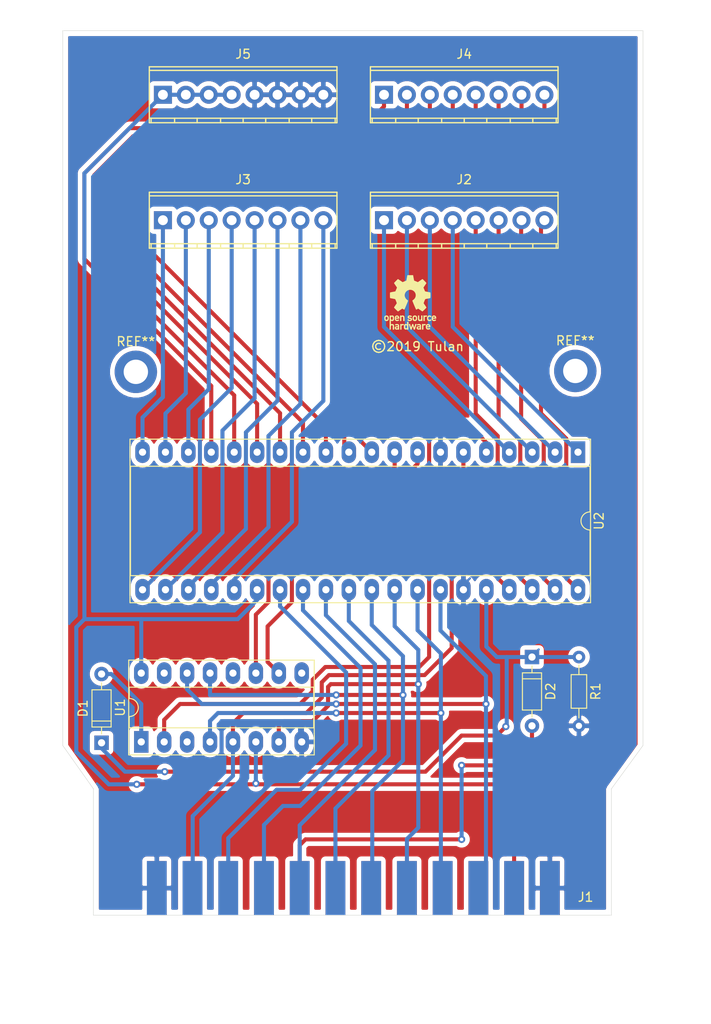
<source format=kicad_pcb>
(kicad_pcb (version 20171130) (host pcbnew 5.1.5-52549c5~84~ubuntu19.10.1)
  (layers (0 F.Cu signal) (31 B.Cu signal) (34 B.Paste user) (35 F.Paste user) (36 B.SilkS user) (37 F.SilkS user) (38 B.Mask user) (39 F.Mask user) (44 Edge.Cuts user))
  (net 0 "")
  (net 1 "Net-(D1-Pad1)")
  (net 2 "Net-(D1-Pad2)")
  (net 3 "Net-(D2-Pad2)")
  (net 4 GND)
  (net 5 VCC)
  (net 6 "Net-(J1-Pad3)")
  (net 7 "Net-(J1-Pad4)")
  (net 8 "Net-(J1-Pad5)")
  (net 9 "Net-(J1-Pad6)")
  (net 10 "Net-(J1-PadC)")
  (net 11 "Net-(J1-PadD)")
  (net 12 "Net-(J1-PadE)")
  (net 13 "Net-(J1-PadF)")
  (net 14 "Net-(J1-Pad7)")
  (net 15 "Net-(J1-Pad9)")
  (net 16 "Net-(J1-Pad10)")
  (net 17 "Net-(J1-Pad11)")
  (net 18 "Net-(J1-PadH)")
  (net 19 "Net-(J1-PadJ)")
  (net 20 "Net-(J1-PadK)")
  (net 21 "Net-(J1-PadL)")
  (net 22 "Net-(J1-PadM)")
  (net 23 "Net-(J2-Pad4)")
  (net 24 "Net-(J2-Pad1)")
  (net 25 "Net-(J2-Pad2)")
  (net 26 "Net-(J2-Pad3)")
  (net 27 "Net-(J2-Pad5)")
  (net 28 "Net-(J2-Pad6)")
  (net 29 "Net-(J2-Pad7)")
  (net 30 "Net-(J2-Pad8)")
  (net 31 "Net-(J3-Pad8)")
  (net 32 "Net-(J3-Pad7)")
  (net 33 "Net-(J3-Pad6)")
  (net 34 "Net-(J3-Pad5)")
  (net 35 "Net-(J3-Pad3)")
  (net 36 "Net-(J3-Pad2)")
  (net 37 "Net-(J3-Pad1)")
  (net 38 "Net-(J3-Pad4)")
  (net 39 "Net-(J4-Pad4)")
  (net 40 "Net-(J4-Pad1)")
  (net 41 "Net-(J4-Pad2)")
  (net 42 "Net-(J4-Pad3)")
  (net 43 "Net-(J4-Pad5)")
  (net 44 "Net-(J4-Pad6)")
  (net 45 "Net-(J4-Pad7)")
  (net 46 "Net-(J4-Pad8)")
  (net 47 "Net-(U1-Pad15)")
  (net 48 "Net-(U1-Pad12)")
  (net 49 "Net-(U1-Pad11)")
  (net 50 "Net-(U1-Pad3)")
  (net 51 "Net-(U1-Pad10)")
  (net 52 "Net-(U1-Pad2)")
  (net 53 "Net-(U1-Pad9)")
  (net 54 "Net-(J1-PadB)")
  (module Symbols:OSHW-Logo_5.7x6mm_SilkScreen (layer F.Cu) (at 128.2 83.1)
    (fp_text reference REF*** hide)
    (fp_text value OSHW-Logo_5.7x6mm_SilkScreen hide)
  )
  (module Mounting_Holes:MountingHole_2.7mm_M2.5_DIN965_Pad (layer F.Cu) (at 146.5 90.7)
    (fp_text reference REF** (at 0 -3.35) (layer F.SilkS))
    (fp_text value MountingHole_2.7mm_M2.5_DIN965_Pad)
    (pad 1 thru_hole circle (at 0 0) (size 4.7 4.7) (drill 2.7) (layers *.Cu *.Mask))
  )
  (module Mounting_Holes:MountingHole_2.7mm_M2.5_DIN965_Pad (layer F.Cu) (at 97.8 90.8)
    (fp_text reference REF** (at 0 -3.35) (layer F.SilkS))
    (fp_text value MountingHole_2.7mm_M2.5_DIN965_Pad)
    (pad 1 thru_hole circle (at 0 0) (size 4.7 4.7) (drill 2.7) (layers *.Cu *.Mask))
  )
  (module user_port_expander:vorlage (layer F.Cu) (at 122.1 102.1)
    (fp_text reference G*** hide)
    (fp_text value LOGO hide)
  )
  (module Diodes_THT:D_DO-35_SOD27_P7.62mm_Horizontal (layer F.Cu) (at 94 131.9 90)
    (fp_text reference D1 (at 3.81 -2.06 90) (layer F.SilkS))
    (fp_text value 1N4148)
    (pad 1 thru_hole rect (at 0 0 90) (size 1.6 1.6) (drill 0.8) (layers *.Cu *.Mask) (net 1 "Net-(D1-Pad1)"))
    (pad 2 thru_hole oval (at 7.62 0 90) (size 1.6 1.6) (drill 0.8) (layers *.Cu *.Mask) (net 2 "Net-(D1-Pad2)"))
  )
  (module Diodes_THT:D_DO-35_SOD27_P7.62mm_Horizontal (layer F.Cu) (at 141.7 122.4 270)
    (fp_text reference D2 (at 3.81 -2.06 90) (layer F.SilkS))
    (fp_text value 1N4148)
    (pad 2 thru_hole oval (at 7.62 0 270) (size 1.6 1.6) (drill 0.8) (layers *.Cu *.Mask) (net 3 "Net-(D2-Pad2)"))
    (pad 1 thru_hole rect (at 0 0 270) (size 1.6 1.6) (drill 0.8) (layers *.Cu *.Mask) (net 1 "Net-(D1-Pad1)"))
  )
  (module Hackup_Commodore:C64-User-Port-Female (layer F.Cu) (at 121.9 151)
    (fp_text reference J1 (at 25.74 -2) (layer F.SilkS))
    (fp_text value C64-UserPort)
    (pad N smd rect (at -21.78 -3) (size 2.2 6) (layers B.Cu B.Paste B.Mask) (net 4 GND))
    (pad M smd rect (at -17.82 -3) (size 2.2 6) (layers B.Cu B.Paste B.Mask) (net 22 "Net-(J1-PadM)"))
    (pad L smd rect (at -13.86 -3) (size 2.2 6) (layers B.Cu B.Paste B.Mask) (net 21 "Net-(J1-PadL)"))
    (pad K smd rect (at -9.9 -3) (size 2.2 6) (layers B.Cu B.Paste B.Mask) (net 20 "Net-(J1-PadK)"))
    (pad J smd rect (at -5.94 -3) (size 2.2 6) (layers B.Cu B.Paste B.Mask) (net 19 "Net-(J1-PadJ)"))
    (pad H smd rect (at -1.98 -3) (size 2.2 6) (layers B.Cu B.Paste B.Mask) (net 18 "Net-(J1-PadH)"))
    (pad 12 smd rect (at -21.78 -3) (size 2.2 6) (layers F.Cu F.Paste F.Mask) (net 4 GND))
    (pad 11 smd rect (at -17.82 -3) (size 2.2 6) (layers F.Cu F.Paste F.Mask) (net 17 "Net-(J1-Pad11)"))
    (pad 10 smd rect (at -13.86 -3) (size 2.2 6) (layers F.Cu F.Paste F.Mask) (net 16 "Net-(J1-Pad10)"))
    (pad 9 smd rect (at -9.9 -3) (size 2.2 6) (layers F.Cu F.Paste F.Mask) (net 15 "Net-(J1-Pad9)"))
    (pad 8 smd rect (at -5.94 -3) (size 2.2 6) (layers F.Cu F.Paste F.Mask) (net 3 "Net-(D2-Pad2)"))
    (pad 7 smd rect (at -1.98 -3) (size 2.2 6) (layers F.Cu F.Paste F.Mask) (net 14 "Net-(J1-Pad7)"))
    (pad F smd rect (at 1.98 -3) (size 2.2 6) (layers B.Cu B.Paste B.Mask) (net 13 "Net-(J1-PadF)"))
    (pad E smd rect (at 5.94 -3) (size 2.2 6) (layers B.Cu B.Paste B.Mask) (net 12 "Net-(J1-PadE)"))
    (pad D smd rect (at 9.9 -3) (size 2.2 6) (layers B.Cu B.Paste B.Mask) (net 11 "Net-(J1-PadD)"))
    (pad C smd rect (at 13.86 -3) (size 2.2 6) (layers B.Cu B.Paste B.Mask) (net 10 "Net-(J1-PadC)"))
    (pad B smd rect (at 17.82 -3) (size 2.2 6) (layers B.Cu B.Paste B.Mask) (net 54 "Net-(J1-PadB)"))
    (pad A smd rect (at 21.78 -3) (size 2.2 6) (layers B.Cu B.Paste B.Mask) (net 4 GND))
    (pad 6 smd rect (at 1.98 -3) (size 2.2 6) (layers F.Cu F.Paste F.Mask) (net 9 "Net-(J1-Pad6)"))
    (pad 5 smd rect (at 5.94 -3) (size 2.2 6) (layers F.Cu F.Paste F.Mask) (net 8 "Net-(J1-Pad5)"))
    (pad 4 smd rect (at 9.9 -3) (size 2.2 6) (layers F.Cu F.Paste F.Mask) (net 7 "Net-(J1-Pad4)"))
    (pad 3 smd rect (at 13.86 -3) (size 2.2 6) (layers F.Cu F.Paste F.Mask) (net 6 "Net-(J1-Pad3)"))
    (pad 2 smd rect (at 17.82 -3) (size 2.2 6) (layers F.Cu F.Paste F.Mask) (net 5 VCC))
    (pad 1 smd rect (at 21.78 -3) (size 2.2 6) (layers F.Cu F.Paste F.Mask) (net 4 GND))
  )
  (module TerminalBlock_Phoenix:TerminalBlock_Phoenix_MPT-2.54mm_8pol (layer F.Cu) (at 125.3 74)
    (fp_text reference J2 (at 8.89 -4.50088) (layer F.SilkS))
    (fp_text value Screw_Terminal_01x08)
    (pad 4 thru_hole oval (at 7.62 0 180) (size 1.99898 1.99898) (drill 1.09728) (layers *.Cu *.Mask) (net 23 "Net-(J2-Pad4)"))
    (pad 1 thru_hole rect (at 0 0 180) (size 1.99898 1.99898) (drill 1.09728) (layers *.Cu *.Mask) (net 24 "Net-(J2-Pad1)"))
    (pad 2 thru_hole oval (at 2.54 0 180) (size 1.99898 1.99898) (drill 1.09728) (layers *.Cu *.Mask) (net 25 "Net-(J2-Pad2)"))
    (pad 3 thru_hole oval (at 5.08 0 180) (size 1.99898 1.99898) (drill 1.09728) (layers *.Cu *.Mask) (net 26 "Net-(J2-Pad3)"))
    (pad 5 thru_hole oval (at 10.16 0 180) (size 1.99898 1.99898) (drill 1.09728) (layers *.Cu *.Mask) (net 27 "Net-(J2-Pad5)"))
    (pad 6 thru_hole oval (at 12.7 0 180) (size 1.99898 1.99898) (drill 1.09728) (layers *.Cu *.Mask) (net 28 "Net-(J2-Pad6)"))
    (pad 7 thru_hole oval (at 15.24 0 180) (size 1.99898 1.99898) (drill 1.09728) (layers *.Cu *.Mask) (net 29 "Net-(J2-Pad7)"))
    (pad 8 thru_hole oval (at 17.78 0 180) (size 1.99898 1.99898) (drill 1.09728) (layers *.Cu *.Mask) (net 30 "Net-(J2-Pad8)"))
  )
  (module TerminalBlock_Phoenix:TerminalBlock_Phoenix_MPT-2.54mm_8pol (layer F.Cu) (at 100.8 74)
    (fp_text reference J3 (at 8.89 -4.50088) (layer F.SilkS))
    (fp_text value Screw_Terminal_01x08)
    (pad 8 thru_hole oval (at 17.78 0 180) (size 1.99898 1.99898) (drill 1.09728) (layers *.Cu *.Mask) (net 31 "Net-(J3-Pad8)"))
    (pad 7 thru_hole oval (at 15.24 0 180) (size 1.99898 1.99898) (drill 1.09728) (layers *.Cu *.Mask) (net 32 "Net-(J3-Pad7)"))
    (pad 6 thru_hole oval (at 12.7 0 180) (size 1.99898 1.99898) (drill 1.09728) (layers *.Cu *.Mask) (net 33 "Net-(J3-Pad6)"))
    (pad 5 thru_hole oval (at 10.16 0 180) (size 1.99898 1.99898) (drill 1.09728) (layers *.Cu *.Mask) (net 34 "Net-(J3-Pad5)"))
    (pad 3 thru_hole oval (at 5.08 0 180) (size 1.99898 1.99898) (drill 1.09728) (layers *.Cu *.Mask) (net 35 "Net-(J3-Pad3)"))
    (pad 2 thru_hole oval (at 2.54 0 180) (size 1.99898 1.99898) (drill 1.09728) (layers *.Cu *.Mask) (net 36 "Net-(J3-Pad2)"))
    (pad 1 thru_hole rect (at 0 0 180) (size 1.99898 1.99898) (drill 1.09728) (layers *.Cu *.Mask) (net 37 "Net-(J3-Pad1)"))
    (pad 4 thru_hole oval (at 7.62 0 180) (size 1.99898 1.99898) (drill 1.09728) (layers *.Cu *.Mask) (net 38 "Net-(J3-Pad4)"))
  )
  (module TerminalBlock_Phoenix:TerminalBlock_Phoenix_MPT-2.54mm_8pol (layer F.Cu) (at 125.3 60.1)
    (fp_text reference J4 (at 8.89 -4.50088) (layer F.SilkS))
    (fp_text value Screw_Terminal_01x08)
    (pad 4 thru_hole oval (at 7.62 0 180) (size 1.99898 1.99898) (drill 1.09728) (layers *.Cu *.Mask) (net 39 "Net-(J4-Pad4)"))
    (pad 1 thru_hole rect (at 0 0 180) (size 1.99898 1.99898) (drill 1.09728) (layers *.Cu *.Mask) (net 40 "Net-(J4-Pad1)"))
    (pad 2 thru_hole oval (at 2.54 0 180) (size 1.99898 1.99898) (drill 1.09728) (layers *.Cu *.Mask) (net 41 "Net-(J4-Pad2)"))
    (pad 3 thru_hole oval (at 5.08 0 180) (size 1.99898 1.99898) (drill 1.09728) (layers *.Cu *.Mask) (net 42 "Net-(J4-Pad3)"))
    (pad 5 thru_hole oval (at 10.16 0 180) (size 1.99898 1.99898) (drill 1.09728) (layers *.Cu *.Mask) (net 43 "Net-(J4-Pad5)"))
    (pad 6 thru_hole oval (at 12.7 0 180) (size 1.99898 1.99898) (drill 1.09728) (layers *.Cu *.Mask) (net 44 "Net-(J4-Pad6)"))
    (pad 7 thru_hole oval (at 15.24 0 180) (size 1.99898 1.99898) (drill 1.09728) (layers *.Cu *.Mask) (net 45 "Net-(J4-Pad7)"))
    (pad 8 thru_hole oval (at 17.78 0 180) (size 1.99898 1.99898) (drill 1.09728) (layers *.Cu *.Mask) (net 46 "Net-(J4-Pad8)"))
  )
  (module TerminalBlock_Phoenix:TerminalBlock_Phoenix_MPT-2.54mm_8pol (layer F.Cu) (at 100.8 60.1)
    (fp_text reference J5 (at 8.89 -4.50088) (layer F.SilkS))
    (fp_text value Screw_Terminal_01x08)
    (pad 8 thru_hole oval (at 17.78 0 180) (size 1.99898 1.99898) (drill 1.09728) (layers *.Cu *.Mask) (net 4 GND))
    (pad 7 thru_hole oval (at 15.24 0 180) (size 1.99898 1.99898) (drill 1.09728) (layers *.Cu *.Mask) (net 4 GND))
    (pad 6 thru_hole oval (at 12.7 0 180) (size 1.99898 1.99898) (drill 1.09728) (layers *.Cu *.Mask) (net 4 GND))
    (pad 5 thru_hole oval (at 10.16 0 180) (size 1.99898 1.99898) (drill 1.09728) (layers *.Cu *.Mask) (net 4 GND))
    (pad 3 thru_hole oval (at 5.08 0 180) (size 1.99898 1.99898) (drill 1.09728) (layers *.Cu *.Mask) (net 5 VCC))
    (pad 2 thru_hole oval (at 2.54 0 180) (size 1.99898 1.99898) (drill 1.09728) (layers *.Cu *.Mask) (net 5 VCC))
    (pad 1 thru_hole rect (at 0 0 180) (size 1.99898 1.99898) (drill 1.09728) (layers *.Cu *.Mask) (net 5 VCC))
    (pad 4 thru_hole oval (at 7.62 0 180) (size 1.99898 1.99898) (drill 1.09728) (layers *.Cu *.Mask) (net 5 VCC))
  )
  (module Resistors_THT:R_Axial_DIN0204_L3.6mm_D1.6mm_P7.62mm_Horizontal (layer F.Cu) (at 146.9 122.4 270)
    (fp_text reference R1 (at 3.81 -1.86 90) (layer F.SilkS))
    (fp_text value R10k)
    (pad 1 thru_hole circle (at 0 0 270) (size 1.4 1.4) (drill 0.7) (layers *.Cu *.Mask) (net 1 "Net-(D1-Pad1)"))
    (pad 2 thru_hole oval (at 7.62 0 270) (size 1.4 1.4) (drill 0.7) (layers *.Cu *.Mask) (net 4 GND))
  )
  (module Housings_DIP:DIP-16_W7.62mm_Socket_LongPads (layer F.Cu) (at 98.4 131.8 90)
    (fp_text reference U1 (at 3.81 -2.33 90) (layer F.SilkS))
    (fp_text value 4042)
    (pad 16 thru_hole oval (at 7.62 0 90) (size 2.4 1.6) (drill 0.8) (layers *.Cu *.Mask) (net 5 VCC))
    (pad 8 thru_hole oval (at 0 17.78 90) (size 2.4 1.6) (drill 0.8) (layers *.Cu *.Mask) (net 4 GND))
    (pad 15 thru_hole oval (at 7.62 2.54 90) (size 2.4 1.6) (drill 0.8) (layers *.Cu *.Mask) (net 47 "Net-(U1-Pad15)"))
    (pad 7 thru_hole oval (at 0 15.24 90) (size 2.4 1.6) (drill 0.8) (layers *.Cu *.Mask) (net 12 "Net-(J1-PadE)"))
    (pad 14 thru_hole oval (at 7.62 5.08 90) (size 2.4 1.6) (drill 0.8) (layers *.Cu *.Mask) (net 10 "Net-(J1-PadC)"))
    (pad 6 thru_hole oval (at 0 12.7 90) (size 2.4 1.6) (drill 0.8) (layers *.Cu *.Mask) (net 5 VCC))
    (pad 13 thru_hole oval (at 7.62 7.62 90) (size 2.4 1.6) (drill 0.8) (layers *.Cu *.Mask) (net 13 "Net-(J1-PadF)"))
    (pad 5 thru_hole oval (at 0 10.16 90) (size 2.4 1.6) (drill 0.8) (layers *.Cu *.Mask) (net 22 "Net-(J1-PadM)"))
    (pad 12 thru_hole oval (at 7.62 10.16 90) (size 2.4 1.6) (drill 0.8) (layers *.Cu *.Mask) (net 48 "Net-(U1-Pad12)"))
    (pad 4 thru_hole oval (at 0 7.62 90) (size 2.4 1.6) (drill 0.8) (layers *.Cu *.Mask) (net 11 "Net-(J1-PadD)"))
    (pad 11 thru_hole oval (at 7.62 12.7 90) (size 2.4 1.6) (drill 0.8) (layers *.Cu *.Mask) (net 49 "Net-(U1-Pad11)"))
    (pad 3 thru_hole oval (at 0 5.08 90) (size 2.4 1.6) (drill 0.8) (layers *.Cu *.Mask) (net 50 "Net-(U1-Pad3)"))
    (pad 10 thru_hole oval (at 7.62 15.24 90) (size 2.4 1.6) (drill 0.8) (layers *.Cu *.Mask) (net 51 "Net-(U1-Pad10)"))
    (pad 2 thru_hole oval (at 0 2.54 90) (size 2.4 1.6) (drill 0.8) (layers *.Cu *.Mask) (net 52 "Net-(U1-Pad2)"))
    (pad 9 thru_hole oval (at 7.62 17.78 90) (size 2.4 1.6) (drill 0.8) (layers *.Cu *.Mask) (net 53 "Net-(U1-Pad9)"))
    (pad 1 thru_hole rect (at 0 0 90) (size 2.4 1.6) (drill 0.8) (layers *.Cu *.Mask) (net 2 "Net-(D1-Pad2)"))
  )
  (module Housings_DIP:DIP-40_W15.24mm_Socket_LongPads (layer F.Cu) (at 146.8 99.7 270)
    (fp_text reference U2 (at 7.62 -2.33 90) (layer F.SilkS))
    (fp_text value 8255)
    (pad 40 thru_hole oval (at 15.24 0 270) (size 2.4 1.6) (drill 0.8) (layers *.Cu *.Mask) (net 30 "Net-(J2-Pad8)"))
    (pad 20 thru_hole oval (at 0 48.26 270) (size 2.4 1.6) (drill 0.8) (layers *.Cu *.Mask) (net 37 "Net-(J3-Pad1)"))
    (pad 39 thru_hole oval (at 15.24 2.54 270) (size 2.4 1.6) (drill 0.8) (layers *.Cu *.Mask) (net 29 "Net-(J2-Pad7)"))
    (pad 19 thru_hole oval (at 0 45.72 270) (size 2.4 1.6) (drill 0.8) (layers *.Cu *.Mask) (net 36 "Net-(J3-Pad2)"))
    (pad 38 thru_hole oval (at 15.24 5.08 270) (size 2.4 1.6) (drill 0.8) (layers *.Cu *.Mask) (net 28 "Net-(J2-Pad6)"))
    (pad 18 thru_hole oval (at 0 43.18 270) (size 2.4 1.6) (drill 0.8) (layers *.Cu *.Mask) (net 35 "Net-(J3-Pad3)"))
    (pad 37 thru_hole oval (at 15.24 7.62 270) (size 2.4 1.6) (drill 0.8) (layers *.Cu *.Mask) (net 27 "Net-(J2-Pad5)"))
    (pad 17 thru_hole oval (at 0 40.64 270) (size 2.4 1.6) (drill 0.8) (layers *.Cu *.Mask) (net 40 "Net-(J4-Pad1)"))
    (pad 36 thru_hole oval (at 15.24 10.16 270) (size 2.4 1.6) (drill 0.8) (layers *.Cu *.Mask) (net 1 "Net-(D1-Pad1)"))
    (pad 16 thru_hole oval (at 0 38.1 270) (size 2.4 1.6) (drill 0.8) (layers *.Cu *.Mask) (net 41 "Net-(J4-Pad2)"))
    (pad 35 thru_hole oval (at 15.24 12.7 270) (size 2.4 1.6) (drill 0.8) (layers *.Cu *.Mask) (net 4 GND))
    (pad 15 thru_hole oval (at 0 35.56 270) (size 2.4 1.6) (drill 0.8) (layers *.Cu *.Mask) (net 42 "Net-(J4-Pad3)"))
    (pad 34 thru_hole oval (at 15.24 15.24 270) (size 2.4 1.6) (drill 0.8) (layers *.Cu *.Mask) (net 10 "Net-(J1-PadC)"))
    (pad 14 thru_hole oval (at 0 33.02 270) (size 2.4 1.6) (drill 0.8) (layers *.Cu *.Mask) (net 39 "Net-(J4-Pad4)"))
    (pad 33 thru_hole oval (at 15.24 17.78 270) (size 2.4 1.6) (drill 0.8) (layers *.Cu *.Mask) (net 11 "Net-(J1-PadD)"))
    (pad 13 thru_hole oval (at 0 30.48 270) (size 2.4 1.6) (drill 0.8) (layers *.Cu *.Mask) (net 43 "Net-(J4-Pad5)"))
    (pad 32 thru_hole oval (at 15.24 20.32 270) (size 2.4 1.6) (drill 0.8) (layers *.Cu *.Mask) (net 12 "Net-(J1-PadE)"))
    (pad 12 thru_hole oval (at 0 27.94 270) (size 2.4 1.6) (drill 0.8) (layers *.Cu *.Mask) (net 44 "Net-(J4-Pad6)"))
    (pad 31 thru_hole oval (at 15.24 22.86 270) (size 2.4 1.6) (drill 0.8) (layers *.Cu *.Mask) (net 13 "Net-(J1-PadF)"))
    (pad 11 thru_hole oval (at 0 25.4 270) (size 2.4 1.6) (drill 0.8) (layers *.Cu *.Mask) (net 45 "Net-(J4-Pad7)"))
    (pad 30 thru_hole oval (at 15.24 25.4 270) (size 2.4 1.6) (drill 0.8) (layers *.Cu *.Mask) (net 18 "Net-(J1-PadH)"))
    (pad 10 thru_hole oval (at 0 22.86 270) (size 2.4 1.6) (drill 0.8) (layers *.Cu *.Mask) (net 46 "Net-(J4-Pad8)"))
    (pad 29 thru_hole oval (at 15.24 27.94 270) (size 2.4 1.6) (drill 0.8) (layers *.Cu *.Mask) (net 19 "Net-(J1-PadJ)"))
    (pad 9 thru_hole oval (at 0 20.32 270) (size 2.4 1.6) (drill 0.8) (layers *.Cu *.Mask) (net 49 "Net-(U1-Pad11)"))
    (pad 28 thru_hole oval (at 15.24 30.48 270) (size 2.4 1.6) (drill 0.8) (layers *.Cu *.Mask) (net 20 "Net-(J1-PadK)"))
    (pad 8 thru_hole oval (at 0 17.78 270) (size 2.4 1.6) (drill 0.8) (layers *.Cu *.Mask) (net 51 "Net-(U1-Pad10)"))
    (pad 27 thru_hole oval (at 15.24 33.02 270) (size 2.4 1.6) (drill 0.8) (layers *.Cu *.Mask) (net 21 "Net-(J1-PadL)"))
    (pad 7 thru_hole oval (at 0 15.24 270) (size 2.4 1.6) (drill 0.8) (layers *.Cu *.Mask) (net 4 GND))
    (pad 26 thru_hole oval (at 15.24 35.56 270) (size 2.4 1.6) (drill 0.8) (layers *.Cu *.Mask) (net 5 VCC))
    (pad 6 thru_hole oval (at 0 12.7 270) (size 2.4 1.6) (drill 0.8) (layers *.Cu *.Mask) (net 22 "Net-(J1-PadM)"))
    (pad 25 thru_hole oval (at 15.24 38.1 270) (size 2.4 1.6) (drill 0.8) (layers *.Cu *.Mask) (net 31 "Net-(J3-Pad8)"))
    (pad 5 thru_hole oval (at 0 10.16 270) (size 2.4 1.6) (drill 0.8) (layers *.Cu *.Mask) (net 52 "Net-(U1-Pad2)"))
    (pad 24 thru_hole oval (at 15.24 40.64 270) (size 2.4 1.6) (drill 0.8) (layers *.Cu *.Mask) (net 32 "Net-(J3-Pad7)"))
    (pad 4 thru_hole oval (at 0 7.62 270) (size 2.4 1.6) (drill 0.8) (layers *.Cu *.Mask) (net 24 "Net-(J2-Pad1)"))
    (pad 23 thru_hole oval (at 15.24 43.18 270) (size 2.4 1.6) (drill 0.8) (layers *.Cu *.Mask) (net 33 "Net-(J3-Pad6)"))
    (pad 3 thru_hole oval (at 0 5.08 270) (size 2.4 1.6) (drill 0.8) (layers *.Cu *.Mask) (net 25 "Net-(J2-Pad2)"))
    (pad 22 thru_hole oval (at 15.24 45.72 270) (size 2.4 1.6) (drill 0.8) (layers *.Cu *.Mask) (net 34 "Net-(J3-Pad5)"))
    (pad 2 thru_hole oval (at 0 2.54 270) (size 2.4 1.6) (drill 0.8) (layers *.Cu *.Mask) (net 26 "Net-(J2-Pad3)"))
    (pad 21 thru_hole oval (at 15.24 48.26 270) (size 2.4 1.6) (drill 0.8) (layers *.Cu *.Mask) (net 38 "Net-(J3-Pad4)"))
    (pad 1 thru_hole rect (at 0 0 270) (size 2.4 1.6) (drill 0.8) (layers *.Cu *.Mask) (net 23 "Net-(J2-Pad4)"))
  )
  (gr_text "©2019 Tulan" (at 129 88) (layer F.SilkS) (effects (font (size 1 1))))
  (gr_line (start 93.1 151) (end 150.5 151) (layer Edge.Cuts) (width 0.05))
  (gr_line (start 150.5 137) (end 150.5 151) (layer Edge.Cuts) (width 0.05))
  (gr_line (start 154 132.2) (end 150.5 137) (layer Edge.Cuts) (width 0.05))
  (gr_line (start 154 53) (end 154 132.2) (layer Edge.Cuts) (width 0.05))
  (gr_line (start 89.7 53) (end 154 53) (layer Edge.Cuts) (width 0.05))
  (gr_line (start 89.7 132.2) (end 89.7 53) (layer Edge.Cuts) (width 0.05))
  (gr_line (start 93.1 137) (end 89.7 132.2) (layer Edge.Cuts) (width 0.05))
  (gr_line (start 93.1 151) (end 93.1 137) (layer Edge.Cuts) (width 0.05))
  (segment (start 141.8 122.2) (end 142.44 121.56) (width 0.25) (layer B.Cu) (net 1))
  (segment (start 136.64 114.94) (end 136.64 121.24) (width 0.45) (layer B.Cu) (net 1))
  (segment (start 136.64 121.24) (end 137.8 122.4) (width 0.45) (layer B.Cu) (net 1))
  (segment (start 94 131.9) (end 94 132.5) (width 0.45) (layer B.Cu) (net 1))
  (segment (start 94 132.5) (end 96.6 135.1) (width 0.45) (layer B.Cu) (net 1))
  (via (at 101 135.1) (size 0.8) (drill 0.4) (layers F.Cu B.Cu) (net 1))
  (segment (start 96.6 135.1) (end 101 135.1) (width 0.45) (layer B.Cu) (net 1))
  (segment (start 101 135.1) (end 129.9 135.1) (width 0.45) (layer F.Cu) (net 1))
  (segment (start 129.9 135.1) (end 133.9 131.1) (width 0.45) (layer F.Cu) (net 1))
  (segment (start 133.9 131.1) (end 137.8 131.1) (width 0.45) (layer F.Cu) (net 1))
  (via (at 138.8 130.1) (size 0.8) (drill 0.4) (layers F.Cu B.Cu) (net 1))
  (segment (start 137.8 131.1) (end 138.8 130.1) (width 0.45) (layer F.Cu) (net 1))
  (segment (start 138.9 130) (end 138.9 122.4) (width 0.45) (layer B.Cu) (net 1))
  (segment (start 138.8 130.1) (end 138.9 130) (width 0.45) (layer B.Cu) (net 1))
  (segment (start 137.8 122.4) (end 138.9 122.4) (width 0.45) (layer B.Cu) (net 1))
  (segment (start 138.9 122.4) (end 146.9 122.4) (width 0.45) (layer B.Cu) (net 1))
  (segment (start 98.4 130.64) (end 98.4 131.8) (width 0.45) (layer B.Cu) (net 2))
  (segment (start 94 124.28) (end 95.08 124.28) (width 0.45) (layer B.Cu) (net 2))
  (segment (start 98.4 127.6) (end 98.4 131.8) (width 0.45) (layer B.Cu) (net 2))
  (segment (start 95.08 124.28) (end 98.4 127.6) (width 0.45) (layer B.Cu) (net 2))
  (segment (start 115.96 148) (end 115.96 143.24) (width 0.45) (layer F.Cu) (net 3))
  (segment (start 115.96 143.24) (end 116.6 142.6) (width 0.45) (layer F.Cu) (net 3))
  (segment (start 116.6 142.6) (end 133.8 142.6) (width 0.45) (layer F.Cu) (net 3))
  (via (at 133.9 142.6) (size 0.8) (drill 0.4) (layers F.Cu B.Cu) (net 3))
  (segment (start 133.8 142.6) (end 133.9 142.6) (width 0.45) (layer F.Cu) (net 3))
  (segment (start 133.9 142.6) (end 133.9 134.4) (width 0.45) (layer B.Cu) (net 3))
  (via (at 133.9 134.4) (size 0.8) (drill 0.4) (layers F.Cu B.Cu) (net 3))
  (segment (start 133.9 134.4) (end 140.6 134.4) (width 0.45) (layer F.Cu) (net 3))
  (segment (start 141.7 133.3) (end 141.7 130.02) (width 0.45) (layer F.Cu) (net 3))
  (segment (start 140.6 134.4) (end 141.7 133.3) (width 0.45) (layer F.Cu) (net 3))
  (segment (start 134.4 114.1) (end 134.82 113.68) (width 0.25) (layer B.Cu) (net 4))
  (segment (start 143.68 148) (end 143.68 137.62) (width 0.45) (layer B.Cu) (net 4))
  (segment (start 146.9 134.4) (end 146.9 130.02) (width 0.45) (layer B.Cu) (net 4))
  (segment (start 143.68 137.62) (end 146.9 134.4) (width 0.45) (layer B.Cu) (net 4))
  (segment (start 100.12 148) (end 100.12 138.88) (width 0.45) (layer B.Cu) (net 4))
  (segment (start 100.12 138.88) (end 101.6 137.4) (width 0.45) (layer B.Cu) (net 4))
  (segment (start 101.6 137.4) (end 102.7 137.4) (width 0.45) (layer B.Cu) (net 4))
  (segment (start 102.7 137.4) (end 102.9 137.2) (width 0.45) (layer B.Cu) (net 4))
  (segment (start 102.9 137.2) (end 102.9 134.5) (width 0.45) (layer B.Cu) (net 4))
  (segment (start 102.9 134.5) (end 107.3 134.5) (width 0.45) (layer B.Cu) (net 4))
  (segment (start 107.3 134.5) (end 107.3 129.5) (width 0.45) (layer B.Cu) (net 4))
  (segment (start 107.3 129.5) (end 116 129.5) (width 0.45) (layer B.Cu) (net 4))
  (segment (start 116 131.62) (end 116.18 131.8) (width 0.45) (layer B.Cu) (net 4))
  (segment (start 116 129.5) (end 116 131.62) (width 0.45) (layer B.Cu) (net 4))
  (segment (start 110.96 60.1) (end 113.5 60.1) (width 0.45) (layer B.Cu) (net 4))
  (segment (start 113.5 60.1) (end 116.04 60.1) (width 0.45) (layer B.Cu) (net 4))
  (segment (start 116.04 60.1) (end 118.58 60.1) (width 0.45) (layer B.Cu) (net 4))
  (segment (start 98.4 124.18) (end 98.4 118.2) (width 0.45) (layer B.Cu) (net 5))
  (segment (start 98.4 118.2) (end 93.5 118.2) (width 0.45) (layer B.Cu) (net 5))
  (segment (start 111.3 115) (end 111.24 114.94) (width 0.45) (layer B.Cu) (net 5))
  (segment (start 100.8 60.1) (end 103.34 60.1) (width 0.45) (layer B.Cu) (net 5))
  (segment (start 103.34 60.1) (end 105.88 60.1) (width 0.45) (layer B.Cu) (net 5))
  (segment (start 105.88 60.1) (end 108.42 60.1) (width 0.45) (layer B.Cu) (net 5))
  (segment (start 111.24 116.06) (end 111.24 114.94) (width 0.45) (layer B.Cu) (net 5))
  (segment (start 98.4 118.2) (end 109.1 118.2) (width 0.45) (layer B.Cu) (net 5))
  (segment (start 109.1 118.2) (end 111.24 116.06) (width 0.45) (layer B.Cu) (net 5))
  (segment (start 92.1 68.8) (end 100.8 60.1) (width 0.45) (layer B.Cu) (net 5))
  (segment (start 93.5 118.2) (end 92.1 118.2) (width 0.45) (layer B.Cu) (net 5))
  (segment (start 92.1 118.2) (end 92.1 68.8) (width 0.45) (layer B.Cu) (net 5))
  (segment (start 111.1 136.4) (end 111.1 131.8) (width 0.45) (layer B.Cu) (net 5))
  (via (at 111.1 136.4) (size 0.8) (drill 0.4) (layers F.Cu B.Cu) (net 5))
  (segment (start 111.1 136.4) (end 111.2 136.5) (width 0.45) (layer F.Cu) (net 5))
  (segment (start 139.72 138.22) (end 139.72 148) (width 0.45) (layer F.Cu) (net 5))
  (segment (start 138 136.5) (end 139.72 138.22) (width 0.45) (layer F.Cu) (net 5))
  (segment (start 111.2 136.5) (end 138 136.5) (width 0.45) (layer F.Cu) (net 5))
  (segment (start 97.9 136.5) (end 94.8 136.5) (width 0.45) (layer B.Cu) (net 5))
  (segment (start 97.9 136.5) (end 111 136.5) (width 0.45) (layer F.Cu) (net 5))
  (via (at 97.9 136.5) (size 0.8) (drill 0.4) (layers F.Cu B.Cu) (net 5))
  (segment (start 94.8 136.5) (end 91.2 132.9) (width 0.45) (layer B.Cu) (net 5))
  (segment (start 111 136.5) (end 111.1 136.4) (width 0.45) (layer F.Cu) (net 5))
  (segment (start 91.2 132.9) (end 91.2 119.1) (width 0.45) (layer B.Cu) (net 5))
  (segment (start 91.2 119.1) (end 92.1 118.2) (width 0.45) (layer B.Cu) (net 5))
  (segment (start 131.56 114.94) (end 131.56 119.46) (width 0.45) (layer B.Cu) (net 10))
  (segment (start 131.56 119.46) (end 136.6 124.5) (width 0.45) (layer B.Cu) (net 10))
  (segment (start 136.6 147.16) (end 135.76 148) (width 0.45) (layer B.Cu) (net 10))
  (segment (start 136.6 124.5) (end 136.6 147.16) (width 0.45) (layer B.Cu) (net 10))
  (via (at 136.6 127.6) (size 0.8) (drill 0.4) (layers F.Cu B.Cu) (net 10))
  (segment (start 136.6 127.6) (end 120 127.6) (width 0.45) (layer F.Cu) (net 10))
  (segment (start 103.48 125.98) (end 103.48 124.18) (width 0.45) (layer B.Cu) (net 10))
  (via (at 120 127.6) (size 0.8) (drill 0.4) (layers F.Cu B.Cu) (net 10))
  (segment (start 105.1 127.6) (end 103.48 125.98) (width 0.45) (layer B.Cu) (net 10))
  (segment (start 120 127.6) (end 105.1 127.6) (width 0.45) (layer B.Cu) (net 10))
  (segment (start 129.02 114.94) (end 129.02 119.42) (width 0.45) (layer B.Cu) (net 11))
  (segment (start 129.02 119.42) (end 131.6 122) (width 0.45) (layer B.Cu) (net 11))
  (segment (start 131.6 147.8) (end 131.8 148) (width 0.45) (layer B.Cu) (net 11))
  (segment (start 131.6 122) (end 131.6 147.8) (width 0.45) (layer B.Cu) (net 11))
  (via (at 131.6 128.6) (size 0.8) (drill 0.4) (layers F.Cu B.Cu) (net 11))
  (segment (start 131.6 128.6) (end 120 128.6) (width 0.45) (layer F.Cu) (net 11))
  (segment (start 106.02 129.48) (end 106.02 131.8) (width 0.45) (layer B.Cu) (net 11))
  (segment (start 106.9 128.6) (end 106.02 129.48) (width 0.45) (layer B.Cu) (net 11))
  (via (at 120 128.6) (size 0.8) (drill 0.4) (layers F.Cu B.Cu) (net 11))
  (segment (start 120 128.6) (end 106.9 128.6) (width 0.45) (layer B.Cu) (net 11))
  (via (at 129.1 125.4) (size 0.8) (drill 0.4) (layers F.Cu B.Cu) (net 12))
  (segment (start 127.84 142.56) (end 127.84 148) (width 0.45) (layer B.Cu) (net 12))
  (segment (start 129.1 141.3) (end 127.84 142.56) (width 0.45) (layer B.Cu) (net 12))
  (segment (start 126.48 114.94) (end 126.48 118.98) (width 0.45) (layer B.Cu) (net 12))
  (segment (start 129.1 121.6) (end 129.1 141.3) (width 0.45) (layer B.Cu) (net 12))
  (segment (start 126.48 118.98) (end 129.1 121.6) (width 0.45) (layer B.Cu) (net 12))
  (segment (start 119.4 125.4) (end 129.1 125.4) (width 0.45) (layer F.Cu) (net 12))
  (segment (start 113.64 131.8) (end 113.64 130.06) (width 0.45) (layer F.Cu) (net 12))
  (segment (start 114.2 129.5) (end 117.4 129.5) (width 0.45) (layer F.Cu) (net 12))
  (segment (start 119.1 125.7) (end 119.4 125.4) (width 0.45) (layer F.Cu) (net 12))
  (segment (start 113.64 130.06) (end 114.2 129.5) (width 0.45) (layer F.Cu) (net 12))
  (segment (start 119.1 127.8) (end 119.1 125.7) (width 0.45) (layer F.Cu) (net 12))
  (segment (start 117.4 129.5) (end 119.1 127.8) (width 0.45) (layer F.Cu) (net 12))
  (segment (start 127.4 133.86) (end 124 137.26) (width 0.45) (layer B.Cu) (net 13))
  (segment (start 124 147.88) (end 123.88 148) (width 0.45) (layer B.Cu) (net 13))
  (segment (start 124 137.26) (end 124 147.88) (width 0.45) (layer B.Cu) (net 13))
  (segment (start 127.4 126.6) (end 127.4 133.86) (width 0.45) (layer B.Cu) (net 13))
  (via (at 127.4 126.6) (size 0.8) (drill 0.4) (layers F.Cu B.Cu) (net 13))
  (segment (start 127.4 122.3) (end 123.94 118.84) (width 0.45) (layer B.Cu) (net 13))
  (segment (start 127.4 126.6) (end 127.4 122.3) (width 0.45) (layer B.Cu) (net 13))
  (segment (start 123.94 118.84) (end 123.94 114.94) (width 0.45) (layer B.Cu) (net 13))
  (segment (start 120 126.6) (end 127.4 126.6) (width 0.45) (layer F.Cu) (net 13))
  (via (at 120 126.6) (size 0.8) (drill 0.4) (layers F.Cu B.Cu) (net 13))
  (segment (start 106.02 126.62) (end 106.02 124.18) (width 0.45) (layer B.Cu) (net 13))
  (segment (start 106.04 126.6) (end 106.02 126.62) (width 0.45) (layer B.Cu) (net 13))
  (segment (start 120 126.6) (end 106.04 126.6) (width 0.45) (layer B.Cu) (net 13))
  (segment (start 125.8 133.3) (end 119.92 139.18) (width 0.45) (layer B.Cu) (net 18))
  (segment (start 119.92 139.18) (end 119.92 148) (width 0.45) (layer B.Cu) (net 18))
  (segment (start 125.8 122.8) (end 125.8 133.3) (width 0.45) (layer B.Cu) (net 18))
  (segment (start 121.4 114.94) (end 121.4 118.4) (width 0.45) (layer B.Cu) (net 18))
  (segment (start 121.4 118.4) (end 125.8 122.8) (width 0.45) (layer B.Cu) (net 18))
  (segment (start 115.96 141.04) (end 115.96 148) (width 0.45) (layer B.Cu) (net 19))
  (segment (start 117.45 139.55) (end 115.96 141.04) (width 0.45) (layer B.Cu) (net 19))
  (segment (start 117.4 139.6) (end 117.45 139.55) (width 0.45) (layer B.Cu) (net 19))
  (segment (start 124.3 123.2) (end 124.3 132.7) (width 0.45) (layer B.Cu) (net 19))
  (segment (start 124.3 132.7) (end 117.45 139.55) (width 0.45) (layer B.Cu) (net 19))
  (segment (start 118.86 114.94) (end 118.86 117.76) (width 0.45) (layer B.Cu) (net 19))
  (segment (start 118.86 117.76) (end 124.3 123.2) (width 0.45) (layer B.Cu) (net 19))
  (segment (start 112 141) (end 112 148) (width 0.45) (layer B.Cu) (net 20))
  (segment (start 114.1 138.9) (end 112 141) (width 0.45) (layer B.Cu) (net 20))
  (segment (start 116.32 117.22) (end 122.7 123.6) (width 0.45) (layer B.Cu) (net 20))
  (segment (start 122.7 123.6) (end 122.7 132.2) (width 0.45) (layer B.Cu) (net 20))
  (segment (start 116.32 114.94) (end 116.32 117.22) (width 0.45) (layer B.Cu) (net 20))
  (segment (start 122.7 132.2) (end 116 138.9) (width 0.45) (layer B.Cu) (net 20))
  (segment (start 116 138.9) (end 114.1 138.9) (width 0.45) (layer B.Cu) (net 20))
  (segment (start 108.04 142.46) (end 108.04 148) (width 0.45) (layer B.Cu) (net 21))
  (segment (start 113.78 116.78) (end 121.1 124.1) (width 0.45) (layer B.Cu) (net 21))
  (segment (start 113.4 137.1) (end 108.04 142.46) (width 0.45) (layer B.Cu) (net 21))
  (segment (start 113.78 114.94) (end 113.78 116.78) (width 0.45) (layer B.Cu) (net 21))
  (segment (start 121.1 124.1) (end 121.1 132) (width 0.45) (layer B.Cu) (net 21))
  (segment (start 121.1 132) (end 116 137.1) (width 0.45) (layer B.Cu) (net 21))
  (segment (start 116 137.1) (end 113.4 137.1) (width 0.45) (layer B.Cu) (net 21))
  (segment (start 108.56 131.8) (end 108.56 135.56) (width 0.45) (layer B.Cu) (net 22))
  (segment (start 108.56 135.56) (end 104.1 140.02) (width 0.45) (layer B.Cu) (net 22))
  (segment (start 104.1 147.98) (end 104.08 148) (width 0.45) (layer B.Cu) (net 22))
  (segment (start 104.1 140.02) (end 104.1 147.98) (width 0.45) (layer B.Cu) (net 22))
  (segment (start 132.8 121.4) (end 132.8 104.3) (width 0.45) (layer F.Cu) (net 22))
  (segment (start 108.56 129.74) (end 109.7 128.6) (width 0.45) (layer F.Cu) (net 22))
  (segment (start 108.56 131.8) (end 108.56 129.74) (width 0.45) (layer F.Cu) (net 22))
  (segment (start 129.8 124.4) (end 132.8 121.4) (width 0.45) (layer F.Cu) (net 22))
  (segment (start 118.4 125.2) (end 119.2 124.4) (width 0.45) (layer F.Cu) (net 22))
  (segment (start 116.7 128.6) (end 118.4 126.9) (width 0.45) (layer F.Cu) (net 22))
  (segment (start 109.7 128.6) (end 116.7 128.6) (width 0.45) (layer F.Cu) (net 22))
  (segment (start 134.1 103) (end 134.1 99.7) (width 0.45) (layer F.Cu) (net 22))
  (segment (start 132.8 104.3) (end 134.1 103) (width 0.45) (layer F.Cu) (net 22))
  (segment (start 119.2 124.4) (end 129.8 124.4) (width 0.45) (layer F.Cu) (net 22))
  (segment (start 118.4 126.9) (end 118.4 125.2) (width 0.45) (layer F.Cu) (net 22))
  (segment (start 132.92 85.82) (end 146.8 99.7) (width 0.45) (layer B.Cu) (net 23))
  (segment (start 132.92 74) (end 132.92 85.82) (width 0.45) (layer B.Cu) (net 23))
  (segment (start 125.3 85.82) (end 139.18 99.7) (width 0.45) (layer B.Cu) (net 24))
  (segment (start 125.3 74) (end 125.3 85.82) (width 0.45) (layer B.Cu) (net 24))
  (segment (start 127.84 85.82) (end 141.72 99.7) (width 0.45) (layer B.Cu) (net 25))
  (segment (start 127.84 74) (end 127.84 85.82) (width 0.45) (layer B.Cu) (net 25))
  (segment (start 130.38 85.82) (end 144.26 99.7) (width 0.45) (layer B.Cu) (net 26))
  (segment (start 130.38 74) (end 130.38 85.82) (width 0.45) (layer B.Cu) (net 26))
  (segment (start 135.46 95.46) (end 137.9 97.9) (width 0.45) (layer F.Cu) (net 27))
  (segment (start 135.46 74) (end 135.46 95.46) (width 0.45) (layer F.Cu) (net 27))
  (segment (start 137.9 97.9) (end 137.9 113.66) (width 0.45) (layer F.Cu) (net 27))
  (segment (start 137.9 113.66) (end 139.18 114.94) (width 0.45) (layer F.Cu) (net 27))
  (segment (start 140.40501 113.62501) (end 141.72 114.94) (width 0.45) (layer F.Cu) (net 28))
  (segment (start 140.40501 98.40501) (end 140.40501 113.62501) (width 0.45) (layer F.Cu) (net 28))
  (segment (start 138 74) (end 138 96) (width 0.45) (layer F.Cu) (net 28))
  (segment (start 138 96) (end 140.40501 98.40501) (width 0.45) (layer F.Cu) (net 28))
  (segment (start 140.5 74.04) (end 140.5 96) (width 0.45) (layer F.Cu) (net 29))
  (segment (start 140.54 74) (end 140.5 74.04) (width 0.45) (layer F.Cu) (net 29))
  (segment (start 140.5 96) (end 143 98.5) (width 0.45) (layer F.Cu) (net 29))
  (segment (start 143 98.5) (end 143 113.68) (width 0.45) (layer F.Cu) (net 29))
  (segment (start 143 113.68) (end 144.26 114.94) (width 0.45) (layer F.Cu) (net 29))
  (segment (start 142.7 74.38) (end 142.7 95.4) (width 0.45) (layer F.Cu) (net 30))
  (segment (start 145.5 98.2) (end 145.5 113.64) (width 0.45) (layer F.Cu) (net 30))
  (segment (start 143.08 74) (end 142.7 74.38) (width 0.45) (layer F.Cu) (net 30))
  (segment (start 142.7 95.4) (end 145.5 98.2) (width 0.45) (layer F.Cu) (net 30))
  (segment (start 145.5 113.64) (end 146.8 114.94) (width 0.45) (layer F.Cu) (net 30))
  (segment (start 118.58 74) (end 118.58 94.02) (width 0.45) (layer B.Cu) (net 31))
  (segment (start 118.58 94.02) (end 115.09499 97.50501) (width 0.45) (layer B.Cu) (net 31))
  (segment (start 115.09499 97.50501) (end 115.09499 107.40501) (width 0.45) (layer B.Cu) (net 31))
  (segment (start 108.7 113.8) (end 108.7 114.94) (width 0.45) (layer B.Cu) (net 31))
  (segment (start 115.09499 107.40501) (end 108.7 113.8) (width 0.45) (layer B.Cu) (net 31))
  (segment (start 116.04 94.36) (end 112.5 97.9) (width 0.45) (layer B.Cu) (net 32))
  (segment (start 112.5 97.9) (end 112.5 108) (width 0.45) (layer B.Cu) (net 32))
  (segment (start 116.04 74) (end 116.04 94.36) (width 0.45) (layer B.Cu) (net 32))
  (segment (start 112.5 108) (end 106.16 114.34) (width 0.45) (layer B.Cu) (net 32))
  (segment (start 106.16 114.34) (end 106.16 114.94) (width 0.45) (layer B.Cu) (net 32))
  (segment (start 113.5 94) (end 110 97.5) (width 0.45) (layer B.Cu) (net 33))
  (segment (start 113.5 74) (end 113.5 94) (width 0.45) (layer B.Cu) (net 33))
  (segment (start 110 97.5) (end 110 108.2) (width 0.45) (layer B.Cu) (net 33))
  (segment (start 110 108.2) (end 103.62 114.58) (width 0.45) (layer B.Cu) (net 33))
  (segment (start 103.62 114.58) (end 103.62 114.94) (width 0.45) (layer B.Cu) (net 33))
  (segment (start 110.96 93.74) (end 107.4 97.3) (width 0.45) (layer B.Cu) (net 34))
  (segment (start 110.96 74) (end 110.96 93.74) (width 0.45) (layer B.Cu) (net 34))
  (segment (start 107.4 97.3) (end 107.4 108.6) (width 0.45) (layer B.Cu) (net 34))
  (segment (start 107.4 108.6) (end 101.08 114.92) (width 0.45) (layer B.Cu) (net 34))
  (segment (start 101.08 114.92) (end 101.08 114.94) (width 0.45) (layer B.Cu) (net 34))
  (segment (start 105.88 92.72) (end 103.62 94.98) (width 0.45) (layer B.Cu) (net 35))
  (segment (start 105.88 74) (end 105.88 92.72) (width 0.45) (layer B.Cu) (net 35))
  (segment (start 103.62 94.98) (end 103.62 99.7) (width 0.45) (layer B.Cu) (net 35))
  (segment (start 103.34 93.16) (end 101.08 95.42) (width 0.45) (layer B.Cu) (net 36))
  (segment (start 103.34 74) (end 103.34 93.16) (width 0.45) (layer B.Cu) (net 36))
  (segment (start 101.08 95.42) (end 101.08 99.7) (width 0.45) (layer B.Cu) (net 36))
  (segment (start 100.8 74) (end 100.8 93.6) (width 0.45) (layer B.Cu) (net 37))
  (segment (start 98.54 95.86) (end 98.54 99.7) (width 0.45) (layer B.Cu) (net 37))
  (segment (start 100.8 93.6) (end 98.54 95.86) (width 0.45) (layer B.Cu) (net 37))
  (segment (start 108.42 92.58) (end 104.9 96.1) (width 0.45) (layer B.Cu) (net 38))
  (segment (start 104.9 108.58) (end 98.54 114.94) (width 0.45) (layer B.Cu) (net 38))
  (segment (start 108.42 74) (end 108.42 92.58) (width 0.45) (layer B.Cu) (net 38))
  (segment (start 104.9 96.1) (end 104.9 108.58) (width 0.45) (layer B.Cu) (net 38))
  (segment (start 132.92 62.48) (end 132.92 60.1) (width 0.45) (layer F.Cu) (net 39))
  (segment (start 113.78 99.7) (end 113.78 95.38) (width 0.45) (layer F.Cu) (net 39))
  (segment (start 113.78 95.38) (end 95.5 77.1) (width 0.45) (layer F.Cu) (net 39))
  (segment (start 95.5 77.1) (end 95.5 69.2) (width 0.45) (layer F.Cu) (net 39))
  (segment (start 95.5 69.2) (end 98.3 66.4) (width 0.45) (layer F.Cu) (net 39))
  (segment (start 129 66.4) (end 132.92 62.48) (width 0.45) (layer F.Cu) (net 39))
  (segment (start 98.3 66.4) (end 129 66.4) (width 0.45) (layer F.Cu) (net 39))
  (segment (start 122.9 63.8) (end 125.3 61.4) (width 0.45) (layer F.Cu) (net 40))
  (segment (start 106.16 92.36) (end 92.1 78.3) (width 0.45) (layer F.Cu) (net 40))
  (segment (start 92.1 78.3) (end 92.1 68.8) (width 0.45) (layer F.Cu) (net 40))
  (segment (start 92.1 68.8) (end 97.1 63.8) (width 0.45) (layer F.Cu) (net 40))
  (segment (start 106.16 99.7) (end 106.16 92.36) (width 0.45) (layer F.Cu) (net 40))
  (segment (start 125.3 61.4) (end 125.3 60.1) (width 0.45) (layer F.Cu) (net 40))
  (segment (start 97.1 63.8) (end 122.9 63.8) (width 0.45) (layer F.Cu) (net 40))
  (segment (start 127.84 61.76) (end 127.84 60.1) (width 0.45) (layer F.Cu) (net 41))
  (segment (start 124.9 64.7) (end 127.84 61.76) (width 0.45) (layer F.Cu) (net 41))
  (segment (start 108.7 93.4) (end 93.2 77.9) (width 0.45) (layer F.Cu) (net 41))
  (segment (start 97.5 64.7) (end 124.9 64.7) (width 0.45) (layer F.Cu) (net 41))
  (segment (start 108.7 99.7) (end 108.7 93.4) (width 0.45) (layer F.Cu) (net 41))
  (segment (start 93.2 77.9) (end 93.2 69) (width 0.45) (layer F.Cu) (net 41))
  (segment (start 93.2 69) (end 97.5 64.7) (width 0.45) (layer F.Cu) (net 41))
  (segment (start 130.38 61.82) (end 130.38 60.1) (width 0.45) (layer F.Cu) (net 42))
  (segment (start 111.24 94.34) (end 94.3 77.4) (width 0.45) (layer F.Cu) (net 42))
  (segment (start 111.24 99.7) (end 111.24 94.34) (width 0.45) (layer F.Cu) (net 42))
  (segment (start 94.3 77.4) (end 94.3 69.2) (width 0.45) (layer F.Cu) (net 42))
  (segment (start 126.6 65.6) (end 130.38 61.82) (width 0.45) (layer F.Cu) (net 42))
  (segment (start 97.9 65.6) (end 126.6 65.6) (width 0.45) (layer F.Cu) (net 42))
  (segment (start 94.3 69.2) (end 97.9 65.6) (width 0.45) (layer F.Cu) (net 42))
  (segment (start 135.46 63.24) (end 135.46 60.1) (width 0.45) (layer F.Cu) (net 43))
  (segment (start 131.5 67.2) (end 135.46 63.24) (width 0.45) (layer F.Cu) (net 43))
  (segment (start 96.5 76.6) (end 96.5 69.6) (width 0.45) (layer F.Cu) (net 43))
  (segment (start 116.32 99.7) (end 116.32 96.42) (width 0.45) (layer F.Cu) (net 43))
  (segment (start 116.32 96.42) (end 96.5 76.6) (width 0.45) (layer F.Cu) (net 43))
  (segment (start 96.5 69.6) (end 98.9 67.2) (width 0.45) (layer F.Cu) (net 43))
  (segment (start 98.9 67.2) (end 131.5 67.2) (width 0.45) (layer F.Cu) (net 43))
  (segment (start 138 63.7) (end 138 60.1) (width 0.45) (layer F.Cu) (net 44))
  (segment (start 118.86 96.86) (end 97.6 75.6) (width 0.45) (layer F.Cu) (net 44))
  (segment (start 118.86 99.7) (end 118.86 96.86) (width 0.45) (layer F.Cu) (net 44))
  (segment (start 133.7 68) (end 138 63.7) (width 0.45) (layer F.Cu) (net 44))
  (segment (start 97.6 69.8) (end 99.4 68) (width 0.45) (layer F.Cu) (net 44))
  (segment (start 99.4 68) (end 133.7 68) (width 0.45) (layer F.Cu) (net 44))
  (segment (start 97.6 75.6) (end 97.6 69.8) (width 0.45) (layer F.Cu) (net 44))
  (segment (start 120.9 99.2) (end 121.4 99.7) (width 0.45) (layer F.Cu) (net 45))
  (segment (start 120.9 70.2) (end 120.9 99.2) (width 0.45) (layer F.Cu) (net 45))
  (segment (start 140.54 60.1) (end 140.54 64.26) (width 0.45) (layer F.Cu) (net 45))
  (segment (start 140.54 64.26) (end 136 68.8) (width 0.45) (layer F.Cu) (net 45))
  (segment (start 136 68.8) (end 122.3 68.8) (width 0.45) (layer F.Cu) (net 45))
  (segment (start 122.3 68.8) (end 120.9 70.2) (width 0.45) (layer F.Cu) (net 45))
  (segment (start 122.5 98.26) (end 123.94 99.7) (width 0.45) (layer F.Cu) (net 46))
  (segment (start 143.08 60.1) (end 143.08 64.82) (width 0.45) (layer F.Cu) (net 46))
  (segment (start 138.3 69.6) (end 123.1 69.6) (width 0.45) (layer F.Cu) (net 46))
  (segment (start 143.08 64.82) (end 138.3 69.6) (width 0.45) (layer F.Cu) (net 46))
  (segment (start 122.5 70.2) (end 122.5 98.26) (width 0.45) (layer F.Cu) (net 46))
  (segment (start 123.1 69.6) (end 122.5 70.2) (width 0.45) (layer F.Cu) (net 46))
  (segment (start 126.48 101.32) (end 126.48 99.7) (width 0.45) (layer F.Cu) (net 49))
  (segment (start 125.3 102.5) (end 126.48 101.32) (width 0.45) (layer F.Cu) (net 49))
  (segment (start 122.8 102.5) (end 125.3 102.5) (width 0.45) (layer F.Cu) (net 49))
  (segment (start 111.1 124.18) (end 111.1 117.7) (width 0.45) (layer F.Cu) (net 49))
  (segment (start 112.5 116.3) (end 112.5 112.8) (width 0.45) (layer F.Cu) (net 49))
  (segment (start 111.1 117.7) (end 112.5 116.3) (width 0.45) (layer F.Cu) (net 49))
  (segment (start 112.5 112.8) (end 122.8 102.5) (width 0.45) (layer F.Cu) (net 49))
  (segment (start 126.7 103.3) (end 129.02 100.98) (width 0.45) (layer F.Cu) (net 51))
  (segment (start 123.2 103.3) (end 126.7 103.3) (width 0.45) (layer F.Cu) (net 51))
  (segment (start 112.4 122.94) (end 112.4 119) (width 0.45) (layer F.Cu) (net 51))
  (segment (start 113.64 124.18) (end 112.4 122.94) (width 0.45) (layer F.Cu) (net 51))
  (segment (start 112.4 119) (end 115.09499 116.30501) (width 0.45) (layer F.Cu) (net 51))
  (segment (start 115.09499 116.30501) (end 115.09499 111.40501) (width 0.45) (layer F.Cu) (net 51))
  (segment (start 129.02 100.98) (end 129.02 99.7) (width 0.45) (layer F.Cu) (net 51))
  (segment (start 115.09499 111.40501) (end 123.2 103.3) (width 0.45) (layer F.Cu) (net 51))
  (segment (start 118.8 123.5) (end 129.2 123.5) (width 0.45) (layer F.Cu) (net 52))
  (segment (start 100.94 129.36) (end 102.7 127.6) (width 0.45) (layer F.Cu) (net 52))
  (segment (start 100.94 131.8) (end 100.94 129.36) (width 0.45) (layer F.Cu) (net 52))
  (segment (start 132 96.6) (end 134.6 96.6) (width 0.45) (layer F.Cu) (net 52))
  (segment (start 130.3 98.3) (end 132 96.6) (width 0.45) (layer F.Cu) (net 52))
  (segment (start 129.2 123.5) (end 130.3 122.4) (width 0.45) (layer F.Cu) (net 52))
  (segment (start 117.4 124.9) (end 118.8 123.5) (width 0.45) (layer F.Cu) (net 52))
  (segment (start 102.7 127.6) (end 116 127.6) (width 0.45) (layer F.Cu) (net 52))
  (segment (start 116 127.6) (end 117.4 126.2) (width 0.45) (layer F.Cu) (net 52))
  (segment (start 117.4 126.2) (end 117.4 124.9) (width 0.45) (layer F.Cu) (net 52))
  (segment (start 130.3 122.4) (end 130.3 98.3) (width 0.45) (layer F.Cu) (net 52))
  (segment (start 134.6 96.6) (end 136.64 98.64) (width 0.45) (layer F.Cu) (net 52))
  (segment (start 136.64 98.64) (end 136.64 99.7) (width 0.45) (layer F.Cu) (net 52))
  (zone (net 4) (net_name GND) (layer F.Cu) (connect_pads (clearance 0.508)) (min_thickness 0.254) (fill yes (arc_segments 32) (thermal_gap 0.508) (thermal_bridge_width 0.508))
    (polygon (pts (xy 153.4 132.1) (xy 149.9 137) (xy 149.9 150.4) (xy 93.7 150.4) (xy 93.7 137) (xy 90.3 132.2) (xy 90.3 53.6) (xy 153.4 53.6)))
  )
  (zone (net 4) (net_name GND) (layer B.Cu) (connect_pads (clearance 0.508)) (min_thickness 0.254) (fill yes (arc_segments 32) (thermal_gap 0.508) (thermal_bridge_width 0.508))
    (polygon (pts (xy 153.3 132.2) (xy 149.9 137) (xy 149.9 150.4) (xy 93.7 150.4) (xy 93.7 137) (xy 90.3 132.2) (xy 90.3 53.6) (xy 153.4 53.6)))
  )
)
</source>
